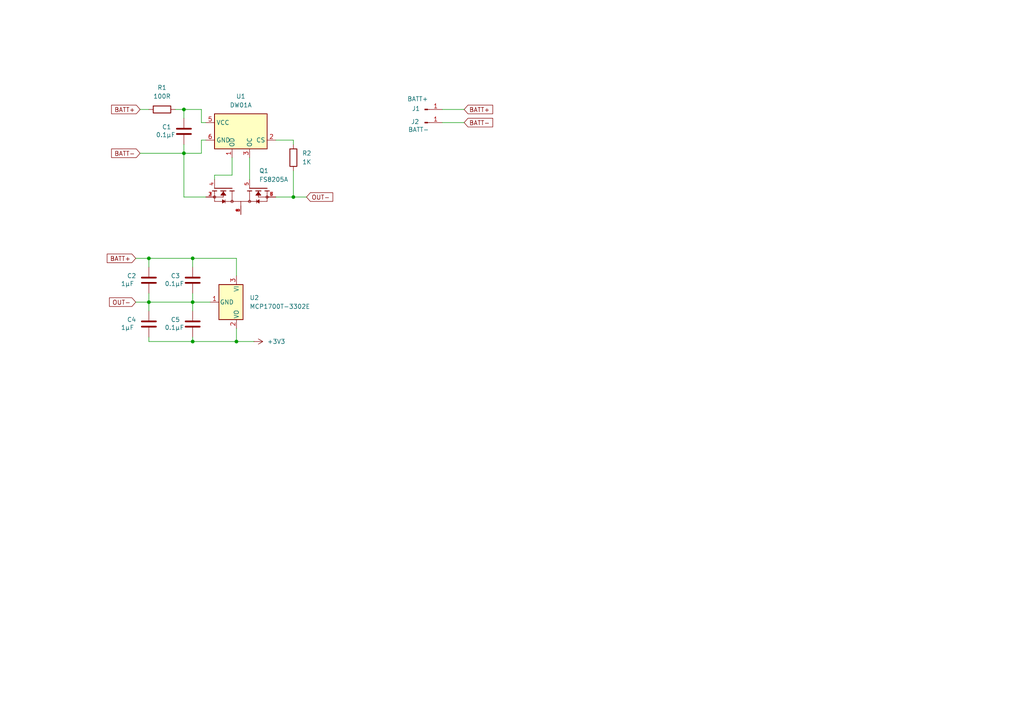
<source format=kicad_sch>
(kicad_sch (version 20250114) (generator "eeschema") (generator_version "9.0")
  (paper "A4")
  (lib_symbols
    (symbol "Battery_Management:DW01A"
      (property "Reference" "U" (at -6.604 6.35 0))
      (property "Value" "DW01A" (at 4.318 6.604 0))
      (symbol "DW01A_0_1"
        (pin power_in line (at -10.16 2.54 0) (length 2.54) (name "VCC") (number "5"))
        (pin power_in line (at -10.16 -2.54 0) (length 2.54) (name "GND") (number "6"))
        (pin output line (at -2.54 -7.62 90) (length 2.54) (name "OD") (number "1"))
        (pin output line (at 2.54 -7.62 90) (length 2.54) (name "OC") (number "3"))
        (pin input line (at 10.16 -2.54 180) (length 2.54) (name "CS") (number "2"))
      )
      (symbol "DW01A_1_1"
        (rectangle (start -7.62 5.08) (end 7.62 -5.08) (stroke (width 0.254)) (fill (type background)))
        (pin no_connect line (at 10.16 2.54 180) (length 2.54) (hide yes) (name "TD") (number "4"))
      )
    )
    (symbol "Connector:Conn_01x01_Pin" (pin_names (offset 1.016) (hide yes))
      (property "Reference" "J" (at 0 2.54 0))
      (property "Value" "Conn_01x01_Pin" (at 0 -2.54 0))
      (symbol "Conn_01x01_Pin_1_1"
        (rectangle (start 0.8636 0.127) (end 0 -0.127) (stroke (width 0.1524)) (fill (type outline)))
        (polyline (pts (xy 1.27 0) (xy 0.8636 0)) (stroke (width 0.1524)))
        (pin passive line (at 5.08 0 180) (length 3.81) (name "Pin_1") (number "1"))
      )
    )
    (symbol "Device:C" (pin_numbers (hide yes)) (pin_names (offset 0.254))
      (property "Reference" "C" (at 0.635 2.54 0))
      (property "Value" "C" (at 0.635 -2.54 0))
      (symbol "C_0_1"
        (polyline (pts (xy -2.032 0.762) (xy 2.032 0.762)) (stroke (width 0.508)))
        (polyline (pts (xy -2.032 -0.762) (xy 2.032 -0.762)) (stroke (width 0.508)))
      )
      (symbol "C_1_1"
        (pin passive line (at 0 3.81 270) (length 2.794) (name "~") (number "1"))
        (pin passive line (at 0 -3.81 90) (length 2.794) (name "~") (number "2"))
      )
    )
    (symbol "Device:R" (pin_numbers (hide yes)) (pin_names (offset 0))
      (property "Reference" "R" (at 2.032 0 90))
      (property "Value" "R" (at 0 0 90))
      (symbol "R_0_1"
        (rectangle (start -1.016 -2.54) (end 1.016 2.54) (stroke (width 0.254)))
      )
      (symbol "R_1_1"
        (pin passive line (at 0 3.81 270) (length 1.27) (name "~") (number "1"))
        (pin passive line (at 0 -3.81 90) (length 1.27) (name "~") (number "2"))
      )
    )
    (symbol "FS8205A:FS8205A" (pin_names (offset 1.016))
      (property "Reference" "Q" (at -11.43 7.62 0))
      (property "Value" "FS8205A" (at -11.43 -12.7 0))
      (symbol "FS8205A_0_0"
        (polyline (pts (xy -2.54 7.62) (xy -2.54 2.54)) (stroke (width 0.254)))
        (polyline (pts (xy -2.54 -2.54) (xy -2.54 -7.62)) (stroke (width 0.254)))
        (polyline (pts (xy -1.778 8.255) (xy -1.778 7.62)) (stroke (width 0.254)))
        (polyline (pts (xy -1.778 7.62) (xy -1.778 6.985)) (stroke (width 0.254)))
        (polyline (pts (xy -1.778 7.62) (xy 1.27 7.62)) (stroke (width 0.1524)))
        (polyline (pts (xy -1.778 5.842) (xy -1.778 5.08)) (stroke (width 0.254)))
        (polyline (pts (xy -1.778 5.08) (xy -1.778 4.318)) (stroke (width 0.254)))
        (polyline (pts (xy -1.778 5.08) (xy 0 5.08)) (stroke (width 0.1524)))
        (polyline (pts (xy -1.778 3.175) (xy -1.778 2.54)) (stroke (width 0.254)))
        (polyline (pts (xy -1.778 2.54) (xy -1.778 1.905)) (stroke (width 0.254)))
        (polyline (pts (xy -1.778 -1.905) (xy -1.778 -2.54)) (stroke (width 0.254)))
        (polyline (pts (xy -1.778 -2.54) (xy -1.778 -3.175)) (stroke (width 0.254)))
        (polyline (pts (xy -1.778 -2.54) (xy 1.27 -2.54)) (stroke (width 0.1524)))
        (polyline (pts (xy -1.778 -4.318) (xy -1.778 -5.08)) (stroke (width 0.254)))
        (polyline (pts (xy -1.778 -5.08) (xy -1.778 -5.842)) (stroke (width 0.254)))
        (polyline (pts (xy -1.778 -5.08) (xy 0 -5.08)) (stroke (width 0.1524)))
        (polyline (pts (xy -1.778 -6.985) (xy -1.778 -7.62)) (stroke (width 0.254)))
        (polyline (pts (xy -1.778 -7.62) (xy -1.778 -8.255)) (stroke (width 0.254)))
        (polyline (pts (xy -1.524 5.08) (xy -0.508 5.842) (xy -0.508 4.318) (xy -1.524 5.08)) (stroke (width 0.1524)) (fill (type outline)))
        (polyline (pts (xy -1.524 -5.08) (xy -0.508 -4.318) (xy -0.508 -5.842) (xy -1.524 -5.08)) (stroke (width 0.1524)) (fill (type outline)))
        (circle (center 0 7.62) (radius 0.3592))
        (polyline (pts (xy 0 7.62) (xy 0 5.08)) (stroke (width 0.1524)))
        (polyline (pts (xy 0 -5.08) (xy 0 -7.62)) (stroke (width 0.1524)))
        (polyline (pts (xy 0 -7.62) (xy -1.778 -7.62)) (stroke (width 0.1524)))
        (polyline (pts (xy 0 -7.62) (xy 1.27 -7.62)) (stroke (width 0.1524)))
        (circle (center 0 -7.62) (radius 0.3592))
        (polyline (pts (xy 0.762 4.572) (xy 1.27 4.572)) (stroke (width 0.1524)))
        (polyline (pts (xy 1.27 4.572) (xy 1.27 7.62)) (stroke (width 0.1524)))
        (polyline (pts (xy 1.27 4.572) (xy 1.778 4.572)) (stroke (width 0.1524)))
        (polyline (pts (xy 1.27 4.572) (xy 1.778 5.334) (xy 0.762 5.334) (xy 1.27 4.572)) (stroke (width 0.1524)) (fill (type outline)))
        (polyline (pts (xy 1.27 2.54) (xy -1.778 2.54)) (stroke (width 0.1524)))
        (polyline (pts (xy 1.27 2.54) (xy 1.27 4.572)) (stroke (width 0.1524)))
        (circle (center 1.27 2.54) (radius 0.3592))
        (polyline (pts (xy 1.27 0) (xy 1.27 2.54)) (stroke (width 0.1524)))
        (polyline (pts (xy 1.27 0) (xy 2.54 0)) (stroke (width 0.1524)))
        (polyline (pts (xy 1.27 -2.54) (xy 1.27 0)) (stroke (width 0.1524)))
        (polyline (pts (xy 1.27 -2.54) (xy 1.27 -4.572)) (stroke (width 0.1524)))
        (circle (center 1.27 -2.54) (radius 0.3592))
        (polyline (pts (xy 1.27 -4.572) (xy 0.762 -4.572)) (stroke (width 0.1524)))
        (polyline (pts (xy 1.27 -4.572) (xy 1.27 -7.62)) (stroke (width 0.1524)))
        (polyline (pts (xy 1.27 -4.572) (xy 0.762 -5.334) (xy 1.778 -5.334) (xy 1.27 -4.572)) (stroke (width 0.1524)) (fill (type outline)))
        (polyline (pts (xy 1.778 -4.572) (xy 1.27 -4.572)) (stroke (width 0.1524)))
        (pin passive line (at -5.08 2.54 0) (length 2.54) (name "~") (number "5"))
        (pin passive line (at -5.08 -7.62 0) (length 2.54) (name "~") (number "4"))
        (pin passive line (at 0 10.16 270) (length 2.54) (name "~") (number "6"))
        (pin passive line (at 0 10.16 270) (length 2.54) (name "~") (number "7"))
        (pin passive line (at 0 -10.16 90) (length 2.54) (name "~") (number "2"))
        (pin passive line (at 0 -10.16 90) (length 2.54) (name "~") (number "3"))
        (pin passive line (at 5.08 0 180) (length 2.54) (name "~") (number "1"))
        (pin passive line (at 5.08 0 180) (length 2.54) (name "~") (number "8"))
      )
    )
    (symbol "Regulator_Linear:MCP1700x-330xxTT" (pin_names (offset 0.254))
      (property "Reference" "U" (at -3.81 3.175 0))
      (property "Value" "MCP1700x-330xxTT" (at 0 3.175 0))
      (symbol "MCP1700x-330xxTT_0_1"
        (rectangle (start -5.08 1.905) (end 5.08 -5.08) (stroke (width 0.254)) (fill (type background)))
      )
      (symbol "MCP1700x-330xxTT_1_1"
        (pin power_in line (at -7.62 0 0) (length 2.54) (name "VI") (number "3"))
        (pin power_in line (at 0 -7.62 90) (length 2.54) (name "GND") (number "1"))
        (pin power_out line (at 7.62 0 180) (length 2.54) (name "VO") (number "2"))
      )
    )
    (symbol "power:+3V3" (power) (pin_numbers (hide yes)) (pin_names (offset 0) (hide yes))
      (property "Value" "+3V3" (at 0 3.556 0))
      (symbol "+3V3_0_1"
        (polyline (pts (xy -0.762 1.27) (xy 0 2.54)))
        (polyline (pts (xy 0 2.54) (xy 0.762 1.27)))
        (polyline (pts (xy 0 0) (xy 0 2.54)))
      )
      (symbol "+3V3_1_1"
        (pin power_in line (at 0 0 90) (length 0) (name "~") (number "1"))
      )
    )
  )
  (junction (at 68.58 99.06))
  (junction (at 55.88 99.06))
  (junction (at 53.34 44.45))
  (junction (at 43.18 74.93))
  (junction (at 55.88 74.93))
  (junction (at 55.88 87.63))
  (junction (at 85.09 57.15))
  (junction (at 43.18 87.63))
  (junction (at 53.34 31.75))
  (wire (pts (xy 85.09 57.15) (xy 88.9 57.15)))
  (wire (pts (xy 128.27 35.56) (xy 134.62 35.56)))
  (wire (pts (xy 39.37 87.63) (xy 43.18 87.63)))
  (wire (pts (xy 67.31 45.72) (xy 67.31 50.8)))
  (wire (pts (xy 43.18 74.93) (xy 43.18 77.47)))
  (wire (pts (xy 53.34 31.75) (xy 58.42 31.75)))
  (wire (pts (xy 58.42 35.56) (xy 59.69 35.56)))
  (wire (pts (xy 43.18 99.06) (xy 43.18 97.79)))
  (wire (pts (xy 68.58 99.06) (xy 73.66 99.06)))
  (wire (pts (xy 50.8 31.75) (xy 53.34 31.75)))
  (wire (pts (xy 43.18 99.06) (xy 55.88 99.06)))
  (wire (pts (xy 58.42 40.64) (xy 58.42 44.45)))
  (wire (pts (xy 53.34 57.15) (xy 59.69 57.15)))
  (wire (pts (xy 59.69 40.64) (xy 58.42 40.64)))
  (wire (pts (xy 55.88 85.09) (xy 55.88 87.63)))
  (wire (pts (xy 72.39 45.72) (xy 72.39 52.07)))
  (wire (pts (xy 67.31 50.8) (xy 62.23 50.8)))
  (wire (pts (xy 55.88 87.63) (xy 60.96 87.63)))
  (wire (pts (xy 55.88 99.06) (xy 68.58 99.06)))
  (wire (pts (xy 55.88 77.47) (xy 55.88 74.93)))
  (wire (pts (xy 68.58 80.01) (xy 68.58 74.93)))
  (wire (pts (xy 40.64 31.75) (xy 43.18 31.75)))
  (wire (pts (xy 43.18 87.63) (xy 43.18 90.17)))
  (wire (pts (xy 58.42 44.45) (xy 53.34 44.45)))
  (wire (pts (xy 43.18 85.09) (xy 43.18 87.63)))
  (wire (pts (xy 85.09 40.64) (xy 85.09 41.91)))
  (wire (pts (xy 53.34 57.15) (xy 53.34 44.45)))
  (wire (pts (xy 40.64 44.45) (xy 53.34 44.45)))
  (wire (pts (xy 43.18 87.63) (xy 55.88 87.63)))
  (wire (pts (xy 80.01 57.15) (xy 85.09 57.15)))
  (wire (pts (xy 128.27 31.75) (xy 134.62 31.75)))
  (wire (pts (xy 80.01 40.64) (xy 85.09 40.64)))
  (wire (pts (xy 53.34 41.91) (xy 53.34 44.45)))
  (wire (pts (xy 55.88 87.63) (xy 55.88 90.17)))
  (wire (pts (xy 43.18 74.93) (xy 55.88 74.93)))
  (wire (pts (xy 62.23 50.8) (xy 62.23 52.07)))
  (wire (pts (xy 43.18 74.93) (xy 39.37 74.93)))
  (wire (pts (xy 68.58 95.25) (xy 68.58 99.06)))
  (wire (pts (xy 58.42 31.75) (xy 58.42 35.56)))
  (wire (pts (xy 85.09 49.53) (xy 85.09 57.15)))
  (wire (pts (xy 53.34 31.75) (xy 53.34 34.29)))
  (wire (pts (xy 55.88 74.93) (xy 68.58 74.93)))
  (wire (pts (xy 55.88 99.06) (xy 55.88 97.79)))
  (global_label "OUT-" (shape input) (at 39.37 87.63 180) (property "Intersheetrefs" "${INTERSHEET_REFS}" (effects (hide yes))))
  (global_label "BATT-" (shape input) (at 40.64 44.45 180) (property "Intersheetrefs" "${INTERSHEET_REFS}" (effects (hide yes))))
  (global_label "BATT+" (shape input) (at 39.37 74.93 180) (property "Intersheetrefs" "${INTERSHEET_REFS}" (effects (hide yes))))
  (global_label "OUT-" (shape input) (at 88.9 57.15 0) (property "Intersheetrefs" "${INTERSHEET_REFS}" (effects (hide yes))))
  (global_label "BATT-" (shape input) (at 134.62 35.56 0) (property "Intersheetrefs" "${INTERSHEET_REFS}" (effects (hide yes))))
  (global_label "BATT+" (shape input) (at 134.62 31.75 0) (property "Intersheetrefs" "${INTERSHEET_REFS}" (effects (hide yes))))
  (global_label "BATT+" (shape input) (at 40.64 31.75 180) (property "Intersheetrefs" "${INTERSHEET_REFS}" (effects (hide yes))))
  (symbol (lib_id "Regulator_Linear:MCP1700x-330xxTT") (at 68.58 87.63 270) (unit 1)
    (property "Reference" "U2" (at 72.39 86.3599 90) (effects (justify left)))
    (property "Value" "MCP1700T-3302E" (at 72.39 88.8999 90) (effects (justify left)))
    (property "Footprint" "Package_TO_SOT_SMD:SOT-23" (effects (hide yes)))
    (property "Datasheet" "http://ww1.microchip.com/downloads/en/DeviceDoc/20001826D.pdf" (effects (hide yes)))
    (property "Description" "250mA Low Quiscent Current LDO, 3.3V output, SOT-23" (effects (hide yes)))
  )
  (symbol (lib_id "Device:C") (at 43.18 93.98 0) (unit 1)
    (property "Reference" "C4" (at 36.83 92.71 0) (effects (justify left)))
    (property "Value" "1µF" (at 35.052 94.996 0) (effects (justify left)))
    (property "Footprint" "Capacitor_SMD:C_1206_3216Metric" (effects (hide yes)))
    (property "Description" "Unpolarized capacitor" (effects (hide yes)))
  )
  (symbol (lib_id "Device:R") (at 46.99 31.75 90) (unit 1)
    (property "Reference" "R1" (at 46.99 25.4 90))
    (property "Value" "100R" (at 46.99 27.94 90))
    (property "Footprint" "Resistor_SMD:R_0805_2012Metric" (effects (hide yes)))
    (property "Description" "Resistor" (effects (hide yes)))
  )
  (symbol (lib_id "Device:C") (at 53.34 38.1 0) (unit 1)
    (property "Reference" "C1" (at 46.99 36.83 0) (effects (justify left)))
    (property "Value" "0.1µF" (at 45.212 39.116 0) (effects (justify left)))
    (property "Footprint" "Capacitor_SMD:C_1206_3216Metric" (effects (hide yes)))
    (property "Description" "Unpolarized capacitor" (effects (hide yes)))
  )
  (symbol (lib_id "power:+3V3") (at 73.66 99.06 270) (unit 1)
    (property "Reference" "#PWR01" (effects (hide yes)))
    (property "Value" "+3V3" (at 77.47 99.0599 90) (effects (justify left)))
    (property "Description" "Power symbol creates a global label with name \"+3V3\"" (effects (hide yes)))
  )
  (symbol (lib_id "Device:R") (at 85.09 45.72 0) (unit 1)
    (property "Reference" "R2" (at 87.63 44.4499 0) (effects (justify left)))
    (property "Value" "1K" (at 87.63 46.9899 0) (effects (justify left)))
    (property "Footprint" "Resistor_SMD:R_0805_2012Metric" (effects (hide yes)))
    (property "Description" "Resistor" (effects (hide yes)))
  )
  (symbol (lib_id "Device:C") (at 55.88 93.98 0) (unit 1)
    (property "Reference" "C5" (at 49.53 92.71 0) (effects (justify left)))
    (property "Value" "0.1µF" (at 47.752 94.996 0) (effects (justify left)))
    (property "Footprint" "Capacitor_SMD:C_1206_3216Metric" (effects (hide yes)))
    (property "Description" "Unpolarized capacitor" (effects (hide yes)))
  )
  (symbol (lib_id "FS8205A:FS8205A") (at 69.85 57.15 270) (unit 1)
    (property "Reference" "Q1" (at 75.1587 49.53 90) (effects (justify left)))
    (property "Value" "FS8205A" (at 75.1587 52.07 90) (effects (justify left)))
    (property "Footprint" "FS8205A:SOP65P640X120-8N" (effects (hide yes)))
    (property "MF" "Fortune Semiconductor" (effects (hide yes)))
    (property "MAXIMUM_PACKAGE_HEIGHT" "1.2mm" (effects (hide yes)))
    (property "Package" "Package" (effects (hide yes)))
    (property "Price" "None" (effects (hide yes)))
    (property "Check_prices" "https://www.snapeda.com/parts/FS8205A/Fortune+Semiconductor/view-part/?ref=eda" (effects (hide yes)))
    (property "STANDARD" "IPC 7351B" (effects (hide yes)))
    (property "PARTREV" "1.7" (effects (hide yes)))
    (property "SnapEDA_Link" "https://www.snapeda.com/parts/FS8205A/Fortune+Semiconductor/view-part/?ref=snap" (effects (hide yes)))
    (property "MP" "FS8205A" (effects (hide yes)))
    (property "Availability" "In Stock" (effects (hide yes)))
    (property "MANUFACTURER" "Fortune Semiconductor" (effects (hide yes)))
  )
  (symbol (lib_id "Device:C") (at 43.18 81.28 0) (unit 1)
    (property "Reference" "C2" (at 36.83 80.01 0) (effects (justify left)))
    (property "Value" "1µF" (at 35.052 82.296 0) (effects (justify left)))
    (property "Footprint" "Capacitor_SMD:C_1206_3216Metric" (effects (hide yes)))
    (property "Description" "Unpolarized capacitor" (effects (hide yes)))
  )
  (symbol (lib_id "Device:C") (at 55.88 81.28 0) (unit 1)
    (property "Reference" "C3" (at 49.53 80.01 0) (effects (justify left)))
    (property "Value" "0.1µF" (at 47.752 82.296 0) (effects (justify left)))
    (property "Footprint" "Capacitor_SMD:C_1206_3216Metric" (effects (hide yes)))
    (property "Description" "Unpolarized capacitor" (effects (hide yes)))
  )
  (symbol (lib_id "Connector:Conn_01x01_Pin") (at 123.19 35.56 0) (unit 1)
    (property "Reference" "J2" (at 120.396 35.306 0))
    (property "Value" "BATT-" (at 121.412 37.592 0))
    (property "Description" "Generic connector, single row, 01x01, script generated" (effects (hide yes)))
  )
  (symbol (lib_id "Battery_Management:DW01A") (at 69.85 38.1 0) (unit 1)
    (property "Reference" "U1" (at 69.85 27.94 0))
    (property "Value" "DW01A" (at 69.85 30.48 0))
    (property "Footprint" "Package_TO_SOT_SMD:SOT-23-6" (effects (hide yes)))
    (property "Datasheet" "https://hmsemi.com/downfile/DW01A.PDF" (effects (hide yes)))
    (property "Description" "Overcharge, overcurrent and overdischarge protection IC for single cell lithium-ion/polymer battery" (effects (hide yes)))
  )
  (symbol (lib_id "Connector:Conn_01x01_Pin") (at 123.19 31.75 0) (unit 1)
    (property "Reference" "J1" (at 120.65 31.496 0))
    (property "Value" "BATT+" (at 121.158 28.702 0))
    (property "Description" "Generic connector, single row, 01x01, script generated" (effects (hide yes)))
  )
)
</source>
